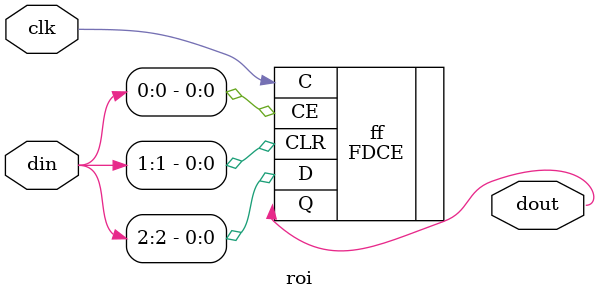
<source format=v>
module top(input clk, stb, di, output do);
	localparam integer DIN_N = 3;
	localparam integer DOUT_N = 1;

	reg [DIN_N-1:0] din;
	wire [DOUT_N-1:0] dout;

	reg [DIN_N-1:0] din_shr;
	reg [DOUT_N-1:0] dout_shr;

	always @(posedge clk) begin
		din_shr <= {din_shr, di};
		dout_shr <= {dout_shr, din_shr[DIN_N-1]};
		if (stb) begin
			din <= din_shr;
			dout_shr <= dout;
		end
	end

	assign do = dout_shr[DOUT_N-1];

	roi roi (
		.clk(clk),
		.din(din),
		.dout(dout)
	);
endmodule

module roi(input clk, input [2:0] din, output [0:0] dout);
	(* LOC="SLICE_X12Y102", BEL="AFF" *)
	FDCE ff (
		.C(clk),
		.Q(dout[0]),
		.CE(din[0]),
		.CLR(din[1]),
		.D(din[2])
	);
endmodule


</source>
